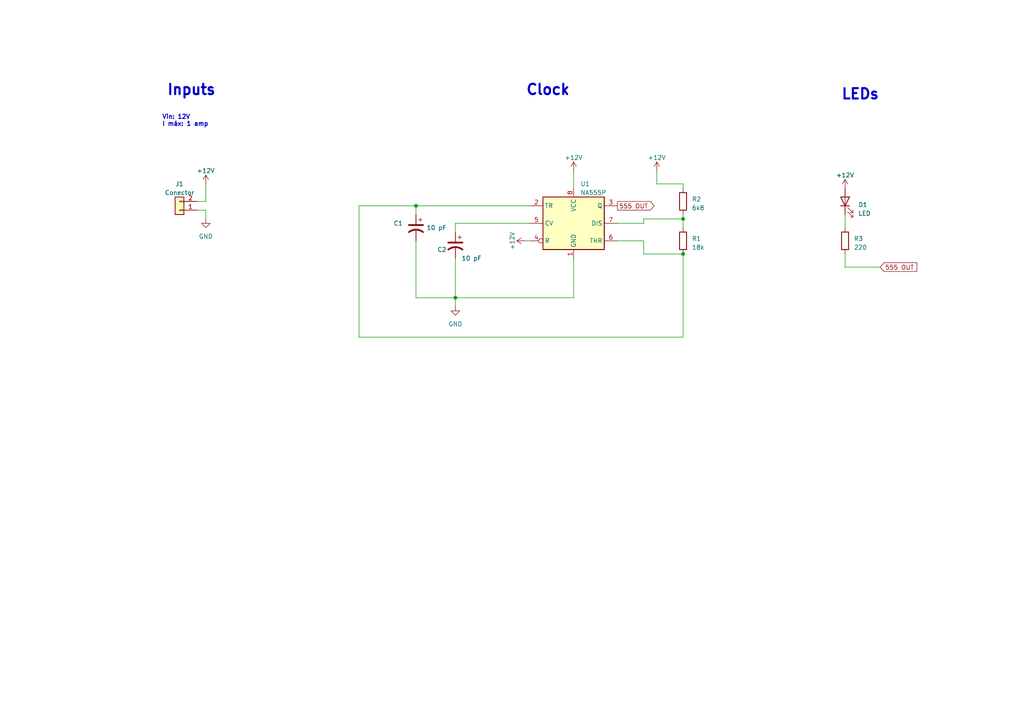
<source format=kicad_sch>
(kicad_sch (version 20230121) (generator eeschema)
  (paper "A4")
  (lib_symbols
    (symbol "Connector_Generic:Conn_01x02" (pin_names (offset 1.016) hide)
      (property "Reference" "J" (at 0 2.54 0))
      (property "Value" "Conn_01x02" (at 0 -5.08 0))
      (symbol "Conn_01x02_1_1"
        (rectangle (start -1.27 -2.413) (end 0 -2.667) (stroke (width 0.1524)))
        (rectangle (start -1.27 0.127) (end 0 -0.127) (stroke (width 0.1524)))
        (rectangle (start -1.27 1.27) (end 1.27 -3.81) (stroke (width 0.254)) (fill (type background)))
        (pin passive line (at -5.08 0 0) (length 3.81) (name "Pin_1") (number "1"))
        (pin passive line (at -5.08 -2.54 0) (length 3.81) (name "Pin_2") (number "2"))
      )
    )
    (symbol "Device:C_Polarized_US" (pin_numbers hide) (pin_names (offset 0.254) hide)
      (property "Reference" "C" (at 0.635 2.54 0))
      (property "Value" "C_Polarized_US" (at 0.635 -2.54 0))
      (symbol "C_Polarized_US_0_1"
        (polyline (pts (xy -2.032 0.762) (xy 2.032 0.762)) (stroke (width 0.508)))
        (polyline (pts (xy -1.778 2.286) (xy -0.762 2.286)))
        (polyline (pts (xy -1.27 1.778) (xy -1.27 2.794)))
        (arc (start 2.032 -1.27) (mid 0 -0.5572) (end -2.032 -1.27) (stroke (width 0.508)))
      )
      (symbol "C_Polarized_US_1_1"
        (pin passive line (at 0 3.81 270) (length 2.794) (name "~") (number "1"))
        (pin passive line (at 0 -3.81 90) (length 3.302) (name "~") (number "2"))
      )
    )
    (symbol "Device:LED" (pin_numbers hide) (pin_names (offset 1.016) hide)
      (property "Reference" "D" (at 0 2.54 0))
      (property "Value" "LED" (at 0 -2.54 0))
      (symbol "LED_0_1"
        (polyline (pts (xy -1.27 -1.27) (xy -1.27 1.27)) (stroke (width 0.254)))
        (polyline (pts (xy -1.27 0) (xy 1.27 0)))
        (polyline (pts (xy 1.27 -1.27) (xy 1.27 1.27) (xy -1.27 0) (xy 1.27 -1.27)) (stroke (width 0.254)))
        (polyline (pts (xy -3.048 -0.762) (xy -4.572 -2.286) (xy -3.81 -2.286) (xy -4.572 -2.286) (xy -4.572 -1.524)))
        (polyline (pts (xy -1.778 -0.762) (xy -3.302 -2.286) (xy -2.54 -2.286) (xy -3.302 -2.286) (xy -3.302 -1.524)))
      )
      (symbol "LED_1_1"
        (pin passive line (at -3.81 0 0) (length 2.54) (name "K") (number "1"))
        (pin passive line (at 3.81 0 180) (length 2.54) (name "A") (number "2"))
      )
    )
    (symbol "Device:R" (pin_numbers hide) (pin_names (offset 0))
      (property "Reference" "R" (at 2.032 0 90))
      (property "Value" "R" (at 0 0 90))
      (symbol "R_0_1"
        (rectangle (start -1.016 -2.54) (end 1.016 2.54) (stroke (width 0.254)))
      )
      (symbol "R_1_1"
        (pin passive line (at 0 3.81 270) (length 1.27) (name "~") (number "1"))
        (pin passive line (at 0 -3.81 90) (length 1.27) (name "~") (number "2"))
      )
    )
    (symbol "Timer:NA555P"
      (property "Reference" "U" (at -10.16 8.89 0))
      (property "Value" "NA555P" (at 2.54 8.89 0))
      (symbol "NA555P_0_0"
        (pin power_in line (at 0 -10.16 90) (length 2.54) (name "GND") (number "1"))
        (pin power_in line (at 0 10.16 270) (length 2.54) (name "VCC") (number "8"))
      )
      (symbol "NA555P_0_1"
        (rectangle (start -8.89 -7.62) (end 8.89 7.62) (stroke (width 0.254)) (fill (type background)))
        (rectangle (start -8.89 -7.62) (end 8.89 7.62) (stroke (width 0.254)) (fill (type background)))
      )
      (symbol "NA555P_1_1"
        (pin input line (at -12.7 5.08 0) (length 3.81) (name "TR") (number "2"))
        (pin output line (at 12.7 5.08 180) (length 3.81) (name "Q") (number "3"))
        (pin input inverted (at -12.7 -5.08 0) (length 3.81) (name "R") (number "4"))
        (pin input line (at -12.7 0 0) (length 3.81) (name "CV") (number "5"))
        (pin input line (at 12.7 -5.08 180) (length 3.81) (name "THR") (number "6"))
        (pin input line (at 12.7 0 180) (length 3.81) (name "DIS") (number "7"))
      )
    )
    (symbol "power:+12V" (power) (pin_names (offset 0))
      (property "Value" "+12V" (at 0 3.556 0))
      (symbol "+12V_0_1"
        (polyline (pts (xy -0.762 1.27) (xy 0 2.54)))
        (polyline (pts (xy 0 0) (xy 0 2.54)))
        (polyline (pts (xy 0 2.54) (xy 0.762 1.27)))
      )
      (symbol "+12V_1_1"
        (pin power_in line (at 0 0 90) (length 0) hide (name "+12V") (number "1"))
      )
    )
    (symbol "power:GND" (power) (pin_names (offset 0))
      (property "Value" "GND" (at 0 -3.81 0))
      (symbol "GND_0_1"
        (polyline (pts (xy 0 0) (xy 0 -1.27) (xy 1.27 -1.27) (xy 0 -2.54) (xy -1.27 -1.27) (xy 0 -1.27)))
      )
      (symbol "GND_1_1"
        (pin power_in line (at 0 0 270) (length 0) hide (name "GND") (number "1"))
      )
    )
  )
  (junction (at 132.08 86.36))
  (junction (at 198.12 73.66))
  (junction (at 198.12 63.5))
  (junction (at 120.65 59.69))
  (wire (pts (xy 166.37 74.93) (xy 166.37 86.36)))
  (wire (pts (xy 186.69 69.85) (xy 179.07 69.85)))
  (wire (pts (xy 255.27 77.47) (xy 245.11 77.47)))
  (wire (pts (xy 198.12 53.34) (xy 190.5 53.34)))
  (wire (pts (xy 245.11 77.47) (xy 245.11 73.66)))
  (wire (pts (xy 198.12 62.23) (xy 198.12 63.5)))
  (wire (pts (xy 245.11 62.23) (xy 245.11 66.04)))
  (wire (pts (xy 120.65 69.85) (xy 120.65 86.36)))
  (wire (pts (xy 166.37 49.53) (xy 166.37 54.61)))
  (wire (pts (xy 153.67 69.85) (xy 152.4 69.85)))
  (wire (pts (xy 179.07 64.77) (xy 186.69 64.77)))
  (wire (pts (xy 120.65 59.69) (xy 153.67 59.69)))
  (wire (pts (xy 59.69 60.96) (xy 57.15 60.96)))
  (wire (pts (xy 186.69 64.77) (xy 186.69 63.5)))
  (wire (pts (xy 120.65 62.23) (xy 120.65 59.69)))
  (wire (pts (xy 198.12 53.34) (xy 198.12 54.61)))
  (wire (pts (xy 104.14 97.79) (xy 198.12 97.79)))
  (wire (pts (xy 120.65 86.36) (xy 132.08 86.36)))
  (wire (pts (xy 186.69 73.66) (xy 186.69 69.85)))
  (wire (pts (xy 59.69 53.34) (xy 59.69 58.42)))
  (wire (pts (xy 132.08 74.93) (xy 132.08 86.36)))
  (wire (pts (xy 186.69 73.66) (xy 198.12 73.66)))
  (wire (pts (xy 132.08 86.36) (xy 132.08 88.9)))
  (wire (pts (xy 198.12 66.04) (xy 198.12 63.5)))
  (wire (pts (xy 153.67 64.77) (xy 132.08 64.77)))
  (wire (pts (xy 186.69 63.5) (xy 198.12 63.5)))
  (wire (pts (xy 59.69 58.42) (xy 57.15 58.42)))
  (wire (pts (xy 198.12 97.79) (xy 198.12 73.66)))
  (wire (pts (xy 59.69 63.5) (xy 59.69 60.96)))
  (wire (pts (xy 104.14 59.69) (xy 104.14 97.79)))
  (wire (pts (xy 132.08 86.36) (xy 166.37 86.36)))
  (wire (pts (xy 120.65 59.69) (xy 104.14 59.69)))
  (wire (pts (xy 132.08 64.77) (xy 132.08 67.31)))
  (wire (pts (xy 190.5 53.34) (xy 190.5 49.53)))
  (text "Clock" (at 152.4 27.94 0) (effects (font (size 3 3) (thickness 0.6) bold) (justify left bottom)))
  (text "Inputs" (at 48.26 27.94 0) (effects (font (size 3 3) (thickness 0.6) bold) (justify left bottom)))
  (text "Vin: 12V \nI máx: 1 amp" (at 46.99 36.83 0) (effects (font (size 1.27 1.27) bold) (justify left bottom)))
  (text "LEDs" (at 243.84 29.21 0) (effects (font (size 3 3) (thickness 0.6) bold) (justify left bottom)))
  (global_label "555 OUT" (shape input) (at 255.27 77.47 0) (property "Intersheetrefs" "${INTERSHEET_REFS}" (effects hide)))
  (global_label "555 OUT" (shape output) (at 179.07 59.69 0) (property "Intersheetrefs" "${INTERSHEET_REFS}" (effects hide)))
  (symbol (lib_id "Device:R") (at 198.12 58.42 0) (unit 1)
    (property "Reference" "R2" (at 200.66 57.785 0) (effects (justify left)))
    (property "Value" "6k8" (at 200.66 60.325 0) (effects (justify left)))
    (property "Footprint" "Resistor_SMD:R_1206_3216Metric" (effects hide))
  )
  (symbol (lib_id "power:+12V") (at 152.4 69.85 90) (unit 1)
    (property "Reference" "#PWR07" (effects hide))
    (property "Value" "+12V" (at 148.59 69.85 0))
  )
  (symbol (lib_id "power:+12V") (at 190.5 49.53 0) (unit 1)
    (property "Reference" "#PWR05" (effects hide))
    (property "Value" "+12V" (at 190.5 45.72 0))
  )
  (symbol (lib_id "Device:C_Polarized_US") (at 132.08 71.12 0) (mirror y) (unit 1)
    (property "Reference" "C2" (at 129.54 72.39 0) (effects (justify left)))
    (property "Value" "10 pF" (at 139.7 74.93 0) (effects (justify left)))
    (property "Footprint" "Capacitor_THT:CP_Radial_D10.0mm_P3.80mm" (effects hide))
  )
  (symbol (lib_id "Device:C_Polarized_US") (at 120.65 66.04 0) (mirror y) (unit 1)
    (property "Reference" "C1" (at 116.84 64.77 0) (effects (justify left)))
    (property "Value" "10 pF" (at 129.54 66.04 0) (effects (justify left)))
    (property "Footprint" "Capacitor_THT:CP_Radial_D10.0mm_P3.80mm" (effects hide))
  )
  (symbol (lib_id "Connector_Generic:Conn_01x02") (at 52.07 60.96 180) (unit 1)
    (property "Reference" "J1" (at 52.07 53.34 0))
    (property "Value" "Conector" (at 52.07 55.88 0))
    (property "Footprint" "TerminalBlock:TerminalBlock_bornier-2_P5.08mm" (effects hide))
  )
  (symbol (lib_id "Device:R") (at 245.11 69.85 0) (unit 1)
    (property "Reference" "R3" (at 247.65 69.215 0) (effects (justify left)))
    (property "Value" "220" (at 247.65 71.755 0) (effects (justify left)))
    (property "Footprint" "Resistor_SMD:R_1206_3216Metric" (effects hide))
  )
  (symbol (lib_id "power:+12V") (at 166.37 49.53 0) (unit 1)
    (property "Reference" "#PWR02" (effects hide))
    (property "Value" "+12V" (at 166.37 45.72 0))
  )
  (symbol (lib_id "power:GND") (at 59.69 63.5 0) (unit 1)
    (property "Reference" "#PWR03" (effects hide))
    (property "Value" "GND" (at 59.69 68.58 0))
  )
  (symbol (lib_id "power:+12V") (at 245.11 54.61 0) (unit 1)
    (property "Reference" "#PWR06" (effects hide))
    (property "Value" "+12V" (at 245.11 50.8 0))
  )
  (symbol (lib_id "power:+12V") (at 59.69 53.34 0) (unit 1)
    (property "Reference" "#PWR01" (effects hide))
    (property "Value" "+12V" (at 59.69 49.53 0))
  )
  (symbol (lib_id "power:GND") (at 132.08 88.9 0) (unit 1)
    (property "Reference" "#PWR04" (effects hide))
    (property "Value" "GND" (at 132.08 93.98 0))
  )
  (symbol (lib_id "Device:LED") (at 245.11 58.42 90) (unit 1)
    (property "Reference" "D1" (at 248.92 59.3725 90) (effects (justify right)))
    (property "Value" "LED" (at 248.92 61.9125 90) (effects (justify right)))
    (property "Footprint" "LED_THT:LED_D5.0mm_FlatTop" (effects hide))
  )
  (symbol (lib_id "Device:R") (at 198.12 69.85 0) (unit 1)
    (property "Reference" "R1" (at 200.66 69.215 0) (effects (justify left)))
    (property "Value" "18k" (at 200.66 71.755 0) (effects (justify left)))
    (property "Footprint" "Resistor_SMD:R_1206_3216Metric" (effects hide))
  )
  (symbol (lib_id "Timer:NA555P") (at 166.37 64.77 0) (unit 1)
    (property "Reference" "U1" (at 168.3259 53.34 0) (effects (justify left)))
    (property "Value" "NA555P" (at 168.3259 55.88 0) (effects (justify left)))
    (property "Footprint" "Package_DIP:DIP-8_W7.62mm" (effects hide))
    (property "Datasheet" "http://www.ti.com/lit/ds/symlink/ne555.pdf" (effects hide))
  )
)
</source>
